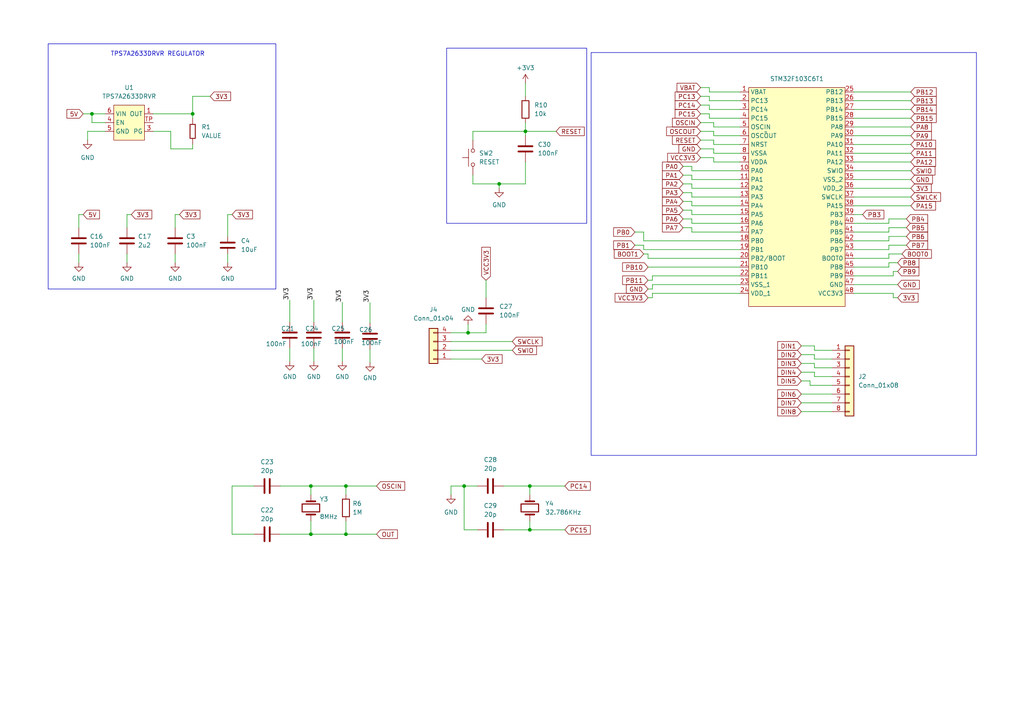
<source format=kicad_sch>
(kicad_sch (version 20250114) (generator "eeschema") (generator_version "9.0")
  (paper "A4")
  (lib_symbols
    (symbol "Borna KiCAD Library:R0603" (pin_numbers (hide yes)) (pin_names (hide yes))
      (property "Reference" "R?" (at 0 2.54 0))
      (property "Value" "VALUE" (at 0 -2.54 0))
      (symbol "R0603_0_1"
        (rectangle (start -2.032 0.762) (end 2.032 -0.762) (stroke (width 0.254)))
      )
      (symbol "R0603_1_1"
        (pin passive line (at -3.81 0 0) (length 1.7) (name "~") (number "1"))
        (pin passive line (at 3.81 0 180) (length 1.7) (name "~") (number "2"))
      )
    )
    (symbol "BornaKiCad:C1206" (pin_numbers (hide yes)) (pin_names (hide yes))
      (property "Reference" "C?" (at 0 3.81 0))
      (property "Value" "VALUE" (at 0 -3.81 0))
      (symbol "C1206_0_1"
        (polyline (pts (xy -0.762 -2.032) (xy -0.762 2.032)) (stroke (width 0.508)))
        (polyline (pts (xy 0.762 -2.032) (xy 0.762 2.032)) (stroke (width 0.508)))
      )
      (symbol "C1206_1_1"
        (pin passive line (at -2.54 0 0) (length 1.8) (name "~") (number "1"))
        (pin passive line (at 2.54 0 180) (length 1.8) (name "~") (number "2"))
      )
    )
    (symbol "BornaKiCad:TPS7A2633DRVR"
      (property "Reference" "U" (at 0 -6.35 0))
      (property "Value" "TPS7A2633DRVR" (at 0.508 6.35 0))
      (symbol "TPS7A2633DRVR_1_1"
        (rectangle (start -3.81 5.08) (end 5.08 -5.08) (fill (type background)))
        (pin passive line (at -6.35 2.54 0) (length 2.54) (name "VIN") (number "6"))
        (pin passive line (at -6.35 0 0) (length 2.54) (name "EN") (number "4"))
        (pin passive line (at -6.35 -2.54 0) (length 2.54) (name "GND") (number "5"))
        (pin passive line (at 7.62 2.54 180) (length 2.54) (name "OUT") (number "1"))
        (pin passive line (at 7.62 0 180) (length 2.54) (name "") (number "TP"))
        (pin passive line (at 7.62 -2.54 180) (length 2.54) (name "PG") (number "3"))
      )
    )
    (symbol "Connector_Generic:Conn_01x04" (pin_names (offset 1.016) (hide yes))
      (property "Reference" "J" (at 0 5.08 0))
      (property "Value" "Conn_01x04" (at 0 -7.62 0))
      (symbol "Conn_01x04_1_1"
        (rectangle (start -1.27 3.81) (end 1.27 -6.35) (stroke (width 0.254)) (fill (type background)))
        (rectangle (start -1.27 2.667) (end 0 2.413) (stroke (width 0.1524)))
        (rectangle (start -1.27 0.127) (end 0 -0.127) (stroke (width 0.1524)))
        (rectangle (start -1.27 -2.413) (end 0 -2.667) (stroke (width 0.1524)))
        (rectangle (start -1.27 -4.953) (end 0 -5.207) (stroke (width 0.1524)))
        (pin passive line (at -5.08 2.54 0) (length 3.81) (name "Pin_1") (number "1"))
        (pin passive line (at -5.08 0 0) (length 3.81) (name "Pin_2") (number "2"))
        (pin passive line (at -5.08 -2.54 0) (length 3.81) (name "Pin_3") (number "3"))
        (pin passive line (at -5.08 -5.08 0) (length 3.81) (name "Pin_4") (number "4"))
      )
    )
    (symbol "Connector_Generic:Conn_01x08" (pin_names (offset 1.016) (hide yes))
      (property "Reference" "J" (at 0 10.16 0))
      (property "Value" "Conn_01x08" (at 0 -12.7 0))
      (symbol "Conn_01x08_1_1"
        (rectangle (start -1.27 8.89) (end 1.27 -11.43) (stroke (width 0.254)) (fill (type background)))
        (rectangle (start -1.27 7.747) (end 0 7.493) (stroke (width 0.1524)))
        (rectangle (start -1.27 5.207) (end 0 4.953) (stroke (width 0.1524)))
        (rectangle (start -1.27 2.667) (end 0 2.413) (stroke (width 0.1524)))
        (rectangle (start -1.27 0.127) (end 0 -0.127) (stroke (width 0.1524)))
        (rectangle (start -1.27 -2.413) (end 0 -2.667) (stroke (width 0.1524)))
        (rectangle (start -1.27 -4.953) (end 0 -5.207) (stroke (width 0.1524)))
        (rectangle (start -1.27 -7.493) (end 0 -7.747) (stroke (width 0.1524)))
        (rectangle (start -1.27 -10.033) (end 0 -10.287) (stroke (width 0.1524)))
        (pin passive line (at -5.08 7.62 0) (length 3.81) (name "Pin_1") (number "1"))
        (pin passive line (at -5.08 5.08 0) (length 3.81) (name "Pin_2") (number "2"))
        (pin passive line (at -5.08 2.54 0) (length 3.81) (name "Pin_3") (number "3"))
        (pin passive line (at -5.08 0 0) (length 3.81) (name "Pin_4") (number "4"))
        (pin passive line (at -5.08 -2.54 0) (length 3.81) (name "Pin_5") (number "5"))
        (pin passive line (at -5.08 -5.08 0) (length 3.81) (name "Pin_6") (number "6"))
        (pin passive line (at -5.08 -7.62 0) (length 3.81) (name "Pin_7") (number "7"))
        (pin passive line (at -5.08 -10.16 0) (length 3.81) (name "Pin_8") (number "8"))
      )
    )
    (symbol "Device:C" (pin_numbers (hide yes)) (pin_names (offset 0.254))
      (property "Reference" "C" (at 0.635 2.54 0))
      (property "Value" "C" (at 0.635 -2.54 0))
      (symbol "C_0_1"
        (polyline (pts (xy -2.032 0.762) (xy 2.032 0.762)) (stroke (width 0.508)))
        (polyline (pts (xy -2.032 -0.762) (xy 2.032 -0.762)) (stroke (width 0.508)))
      )
      (symbol "C_1_1"
        (pin passive line (at 0 3.81 270) (length 2.794) (name "~") (number "1"))
        (pin passive line (at 0 -3.81 90) (length 2.794) (name "~") (number "2"))
      )
    )
    (symbol "Device:Crystal" (pin_numbers (hide yes)) (pin_names (offset 1.016) (hide yes))
      (property "Reference" "Y" (at 0 3.81 0))
      (property "Value" "Crystal" (at 0 -3.81 0))
      (symbol "Crystal_0_1"
        (polyline (pts (xy -2.54 0) (xy -1.905 0)))
        (polyline (pts (xy -1.905 -1.27) (xy -1.905 1.27)) (stroke (width 0.508)))
        (rectangle (start -1.143 2.54) (end 1.143 -2.54) (stroke (width 0.3048)))
        (polyline (pts (xy 1.905 -1.27) (xy 1.905 1.27)) (stroke (width 0.508)))
        (polyline (pts (xy 2.54 0) (xy 1.905 0)))
      )
      (symbol "Crystal_1_1"
        (pin passive line (at -3.81 0 0) (length 1.27) (name "1") (number "1"))
        (pin passive line (at 3.81 0 180) (length 1.27) (name "2") (number "2"))
      )
    )
    (symbol "Device:R" (pin_numbers (hide yes)) (pin_names (offset 0))
      (property "Reference" "R" (at 2.032 0 90))
      (property "Value" "R" (at 0 0 90))
      (symbol "R_0_1"
        (rectangle (start -1.016 -2.54) (end 1.016 2.54) (stroke (width 0.254)))
      )
      (symbol "R_1_1"
        (pin passive line (at 0 3.81 270) (length 1.27) (name "~") (number "1"))
        (pin passive line (at 0 -3.81 90) (length 1.27) (name "~") (number "2"))
      )
    )
    (symbol "GND_1" (power) (pin_numbers (hide yes)) (pin_names (offset 0) (hide yes))
      (property "Value" "GND" (at 0 -3.81 0))
      (symbol "GND_1_0_1"
        (polyline (pts (xy 0 0) (xy 0 -1.27) (xy 1.27 -1.27) (xy 0 -2.54) (xy -1.27 -1.27) (xy 0 -1.27)))
      )
      (symbol "GND_1_1_1"
        (pin power_in line (at 0 0 270) (length 0) (name "~") (number "1"))
      )
    )
    (symbol "STM32F103C6:STM32F103C6"
      (property "Reference" "STM32F103C6T2" (at -1.27 33.02 0))
      (property "Value" "~" (at -9.017 18.923 0))
      (symbol "STM32F103C6_1_1"
        (rectangle (start -13.97 31.75) (end 13.97 -31.75) (fill (type background)))
        (pin bidirectional line (at -16.51 30.48 0) (length 2.54) (name "VBAT") (number "1"))
        (pin bidirectional line (at -16.51 27.94 0) (length 2.54) (name "PC13") (number "2"))
        (pin bidirectional line (at -16.51 25.4 0) (length 2.54) (name "PC14") (number "3"))
        (pin bidirectional line (at -16.51 22.86 0) (length 2.54) (name "PC15") (number "4"))
        (pin bidirectional line (at -16.51 20.32 0) (length 2.54) (name "OSCIN") (number "5"))
        (pin bidirectional line (at -16.51 17.78 0) (length 2.54) (name "OSCOUT") (number "6"))
        (pin bidirectional line (at -16.51 15.24 0) (length 2.54) (name "NRST") (number "7"))
        (pin bidirectional line (at -16.51 12.7 0) (length 2.54) (name "VSSA") (number "8"))
        (pin bidirectional line (at -16.51 10.16 0) (length 2.54) (name "VDDA") (number "9"))
        (pin bidirectional line (at -16.51 7.62 0) (length 2.54) (name "PA0") (number "10"))
        (pin bidirectional line (at -16.51 5.08 0) (length 2.54) (name "PA1") (number "11"))
        (pin bidirectional line (at -16.51 2.54 0) (length 2.54) (name "PA2") (number "12"))
        (pin bidirectional line (at -16.51 0 0) (length 2.54) (name "PA3") (number "13"))
        (pin bidirectional line (at -16.51 -2.54 0) (length 2.54) (name "PA4") (number "14"))
        (pin bidirectional line (at -16.51 -5.08 0) (length 2.54) (name "PA5") (number "15"))
        (pin bidirectional line (at -16.51 -7.62 0) (length 2.54) (name "PA6") (number "16"))
        (pin bidirectional line (at -16.51 -10.16 0) (length 2.54) (name "PA7") (number "17"))
        (pin bidirectional line (at -16.51 -12.7 0) (length 2.54) (name "PB0") (number "18"))
        (pin bidirectional line (at -16.51 -15.24 0) (length 2.54) (name "PB1") (number "19"))
        (pin bidirectional line (at -16.51 -17.78 0) (length 2.54) (name "PB2/BOOT") (number "20"))
        (pin bidirectional line (at -16.51 -20.32 0) (length 2.54) (name "PB10") (number "21"))
        (pin bidirectional line (at -16.51 -22.86 0) (length 2.54) (name "PB11") (number "22"))
        (pin bidirectional line (at -16.51 -25.4 0) (length 2.54) (name "VSS_1") (number "23"))
        (pin bidirectional line (at -16.51 -27.94 0) (length 2.54) (name "VDD_1") (number "24"))
        (pin bidirectional line (at 16.51 30.48 180) (length 2.54) (name "PB12") (number "25"))
        (pin bidirectional line (at 16.51 27.94 180) (length 2.54) (name "PB13") (number "26"))
        (pin bidirectional line (at 16.51 25.4 180) (length 2.54) (name "PB14") (number "27"))
        (pin bidirectional line (at 16.51 22.86 180) (length 2.54) (name "PB15") (number "28"))
        (pin bidirectional line (at 16.51 20.32 180) (length 2.54) (name "PA8") (number "29"))
        (pin bidirectional line (at 16.51 17.78 180) (length 2.54) (name "PA9") (number "30"))
        (pin bidirectional line (at 16.51 15.24 180) (length 2.54) (name "PA10") (number "31"))
        (pin bidirectional line (at 16.51 12.7 180) (length 2.54) (name "PA11") (number "32"))
        (pin bidirectional line (at 16.51 10.16 180) (length 2.54) (name "PA12") (number "33"))
        (pin bidirectional line (at 16.51 7.62 180) (length 2.54) (name "SWIO") (number "34"))
        (pin bidirectional line (at 16.51 5.08 180) (length 2.54) (name "VSS_2") (number "35"))
        (pin bidirectional line (at 16.51 2.54 180) (length 2.54) (name "VDD_2") (number "36"))
        (pin bidirectional line (at 16.51 0 180) (length 2.54) (name "SWCLK") (number "37"))
        (pin bidirectional line (at 16.51 -2.54 180) (length 2.54) (name "PA15") (number "38"))
        (pin bidirectional line (at 16.51 -5.08 180) (length 2.54) (name "PB3") (number "39"))
        (pin bidirectional line (at 16.51 -7.62 180) (length 2.54) (name "PB4") (number "40"))
        (pin bidirectional line (at 16.51 -10.16 180) (length 2.54) (name "PB5") (number "41"))
        (pin bidirectional line (at 16.51 -12.7 180) (length 2.54) (name "PB6") (number "42"))
        (pin bidirectional line (at 16.51 -15.24 180) (length 2.54) (name "PB7") (number "43"))
        (pin bidirectional line (at 16.51 -17.78 180) (length 2.54) (name "BOOT0") (number "44"))
        (pin bidirectional line (at 16.51 -20.32 180) (length 2.54) (name "PB8") (number "45"))
        (pin bidirectional line (at 16.51 -22.86 180) (length 2.54) (name "PB9") (number "46"))
        (pin bidirectional line (at 16.51 -25.4 180) (length 2.54) (name "GND") (number "47"))
        (pin bidirectional line (at 16.51 -27.94 180) (length 2.54) (name "VCC3V3") (number "48"))
      )
    )
    (symbol "Switch:SW_Push" (pin_numbers (hide yes)) (pin_names (offset 1.016) (hide yes))
      (property "Reference" "SW" (at 1.27 2.54 0))
      (property "Value" "SW_Push" (at 0 -1.524 0))
      (symbol "SW_Push_0_1"
        (circle (center -2.032 0) (radius 0.508))
        (polyline (pts (xy 0 1.27) (xy 0 3.048)))
        (circle (center 2.032 0) (radius 0.508))
        (polyline (pts (xy 2.54 1.27) (xy -2.54 1.27)))
        (pin passive line (at -5.08 0 0) (length 2.54) (name "1") (number "1"))
        (pin passive line (at 5.08 0 180) (length 2.54) (name "2") (number "2"))
      )
    )
    (symbol "power:+3V3" (power) (pin_names (offset 0))
      (property "Value" "+3V3" (at 0 3.556 0))
      (symbol "+3V3_0_1"
        (polyline (pts (xy -0.762 1.27) (xy 0 2.54)))
        (polyline (pts (xy 0 2.54) (xy 0.762 1.27)))
        (polyline (pts (xy 0 0) (xy 0 2.54)))
      )
      (symbol "+3V3_1_1"
        (pin power_in line (at 0 0 90) (length 0) (hide yes) (name "+3V3") (number "1"))
      )
    )
    (symbol "power:GND" (power) (pin_names (offset 0))
      (property "Value" "GND" (at 0 -3.81 0))
      (symbol "GND_0_1"
        (polyline (pts (xy 0 0) (xy 0 -1.27) (xy 1.27 -1.27) (xy 0 -2.54) (xy -1.27 -1.27) (xy 0 -1.27)))
      )
      (symbol "GND_1_1"
        (pin power_in line (at 0 0 270) (length 0) (hide yes) (name "GND") (number "1"))
      )
    )
  )
  (rectangle (start 129.54 13.97) (end 170.18 64.77))
  (rectangle (start 13.97 12.7) (end 80.01 83.82))
  (rectangle (start 171.45 15.24) (end 283.21 132.08))
  (text "TPS7A2633DRVR REGULATOR" (at 45.72 15.748 0) (effects (font (size 1.27 1.27))))
  (junction (at 153.67 153.67))
  (junction (at 26.67 33.02))
  (junction (at 55.88 33.02))
  (junction (at 153.67 140.97))
  (junction (at 135.763 96.52))
  (junction (at 100.33 154.94))
  (junction (at 144.78 53.34))
  (junction (at 134.62 140.97))
  (junction (at 100.33 140.97))
  (junction (at 90.17 154.94))
  (junction (at 152.4 38.1))
  (junction (at 90.17 140.97))
  (wire (pts (xy 187.96 86.36) (xy 189.23 86.36)))
  (wire (pts (xy 247.65 59.69) (xy 264.16 59.69)))
  (wire (pts (xy 257.81 73.66) (xy 261.62 73.66)))
  (wire (pts (xy 187.96 77.47) (xy 214.63 77.47)))
  (wire (pts (xy 198.12 55.88) (xy 200.66 55.88)))
  (wire (pts (xy 200.66 67.31) (xy 200.66 66.04)))
  (wire (pts (xy 134.62 140.97) (xy 130.81 140.97)))
  (wire (pts (xy 99.2886 87.6808) (xy 99.2886 93.3958)))
  (wire (pts (xy 205.74 26.67) (xy 205.74 25.4)))
  (wire (pts (xy 200.66 54.61) (xy 200.66 53.34)))
  (wire (pts (xy 187.96 83.82) (xy 189.23 83.82)))
  (wire (pts (xy 67.31 154.94) (xy 73.66 154.94)))
  (wire (pts (xy 81.28 154.94) (xy 90.17 154.94)))
  (wire (pts (xy 203.2 35.56) (xy 207.01 35.56)))
  (wire (pts (xy 36.83 62.23) (xy 38.1 62.23)))
  (wire (pts (xy 214.63 67.31) (xy 200.66 67.31)))
  (wire (pts (xy 247.65 54.61) (xy 264.16 54.61)))
  (wire (pts (xy 247.65 39.37) (xy 264.16 39.37)))
  (wire (pts (xy 84.0486 101.0158) (xy 84.0486 104.8258)))
  (wire (pts (xy 200.66 59.69) (xy 200.66 58.42)))
  (wire (pts (xy 153.67 153.67) (xy 163.83 153.67)))
  (wire (pts (xy 138.43 140.97) (xy 134.62 140.97)))
  (wire (pts (xy 247.65 34.29) (xy 264.16 34.29)))
  (wire (pts (xy 207.01 44.45) (xy 207.01 43.18)))
  (wire (pts (xy 236.22 104.14) (xy 236.22 102.87)))
  (wire (pts (xy 137.16 53.34) (xy 144.78 53.34)))
  (wire (pts (xy 22.86 66.04) (xy 22.86 62.23)))
  (wire (pts (xy 66.04 76.2) (xy 66.04 73.66)))
  (wire (pts (xy 67.31 140.97) (xy 67.31 154.94)))
  (wire (pts (xy 247.65 72.39) (xy 257.81 72.39)))
  (wire (pts (xy 130.81 96.52) (xy 135.763 96.52)))
  (wire (pts (xy 55.88 43.18) (xy 55.88 41.91)))
  (wire (pts (xy 107.315 101.346) (xy 107.315 105.156)))
  (wire (pts (xy 214.63 72.39) (xy 186.69 72.39)))
  (wire (pts (xy 200.66 62.23) (xy 200.66 60.96)))
  (wire (pts (xy 30.48 35.56) (xy 26.67 35.56)))
  (wire (pts (xy 232.41 116.84) (xy 241.3 116.84)))
  (wire (pts (xy 55.88 33.02) (xy 55.88 27.94)))
  (wire (pts (xy 130.81 99.06) (xy 148.59 99.06)))
  (wire (pts (xy 234.95 111.76) (xy 234.95 110.49)))
  (wire (pts (xy 90.17 143.51) (xy 90.17 140.97)))
  (wire (pts (xy 187.96 81.28) (xy 189.23 81.28)))
  (wire (pts (xy 91.0336 101.0158) (xy 91.0336 104.8258)))
  (wire (pts (xy 186.69 69.85) (xy 186.69 67.31)))
  (wire (pts (xy 247.65 80.01) (xy 259.08 80.01)))
  (wire (pts (xy 66.04 62.23) (xy 67.31 62.23)))
  (wire (pts (xy 214.63 69.85) (xy 186.69 69.85)))
  (wire (pts (xy 73.66 140.97) (xy 67.31 140.97)))
  (wire (pts (xy 214.63 41.91) (xy 207.01 41.91)))
  (wire (pts (xy 144.78 54.61) (xy 144.78 53.34)))
  (wire (pts (xy 134.62 140.97) (xy 134.62 153.67)))
  (wire (pts (xy 152.4 53.34) (xy 152.4 46.99)))
  (wire (pts (xy 24.13 33.02) (xy 26.67 33.02)))
  (wire (pts (xy 236.22 107.95) (xy 232.41 107.95)))
  (wire (pts (xy 257.81 66.04) (xy 262.89 66.04)))
  (wire (pts (xy 214.63 34.29) (xy 205.74 34.29)))
  (wire (pts (xy 90.17 154.94) (xy 100.33 154.94)))
  (wire (pts (xy 247.65 77.47) (xy 257.81 77.47)))
  (wire (pts (xy 100.33 154.94) (xy 109.22 154.94)))
  (wire (pts (xy 205.74 29.21) (xy 205.74 27.94)))
  (wire (pts (xy 152.4 38.1) (xy 161.29 38.1)))
  (wire (pts (xy 247.65 74.93) (xy 257.81 74.93)))
  (wire (pts (xy 50.8 76.2) (xy 50.8 73.66)))
  (wire (pts (xy 214.63 74.93) (xy 187.96 74.93)))
  (wire (pts (xy 257.81 77.47) (xy 257.81 76.2)))
  (wire (pts (xy 22.86 62.23) (xy 24.13 62.23)))
  (wire (pts (xy 257.81 63.5) (xy 262.89 63.5)))
  (wire (pts (xy 100.33 140.97) (xy 100.33 143.51)))
  (wire (pts (xy 241.3 104.14) (xy 236.22 104.14)))
  (wire (pts (xy 214.63 29.21) (xy 205.74 29.21)))
  (wire (pts (xy 236.22 102.87) (xy 232.41 102.87)))
  (wire (pts (xy 214.63 64.77) (xy 200.66 64.77)))
  (wire (pts (xy 247.65 67.31) (xy 257.81 67.31)))
  (wire (pts (xy 100.33 140.97) (xy 109.22 140.97)))
  (wire (pts (xy 137.16 40.64) (xy 137.16 38.1)))
  (wire (pts (xy 153.67 143.51) (xy 153.67 140.97)))
  (wire (pts (xy 140.97 81.28) (xy 140.97 86.36)))
  (wire (pts (xy 49.53 43.18) (xy 55.88 43.18)))
  (wire (pts (xy 49.53 38.1) (xy 49.53 43.18)))
  (wire (pts (xy 247.65 29.21) (xy 264.16 29.21)))
  (wire (pts (xy 214.63 80.01) (xy 189.23 80.01)))
  (wire (pts (xy 107.315 87.757) (xy 107.315 93.726)))
  (wire (pts (xy 214.63 62.23) (xy 200.66 62.23)))
  (wire (pts (xy 214.63 49.53) (xy 200.66 49.53)))
  (wire (pts (xy 236.22 106.68) (xy 236.22 105.41)))
  (wire (pts (xy 55.88 33.02) (xy 55.88 34.29)))
  (wire (pts (xy 203.2 38.1) (xy 207.01 38.1)))
  (wire (pts (xy 247.65 57.15) (xy 264.16 57.15)))
  (wire (pts (xy 140.97 93.98) (xy 140.97 96.52)))
  (wire (pts (xy 214.63 46.99) (xy 207.01 46.99)))
  (wire (pts (xy 198.12 63.5) (xy 200.66 63.5)))
  (wire (pts (xy 137.16 38.1) (xy 152.4 38.1)))
  (wire (pts (xy 214.63 54.61) (xy 200.66 54.61)))
  (wire (pts (xy 198.12 60.96) (xy 200.66 60.96)))
  (wire (pts (xy 135.763 96.52) (xy 140.97 96.52)))
  (wire (pts (xy 100.33 151.13) (xy 100.33 154.94)))
  (wire (pts (xy 236.22 109.22) (xy 236.22 107.95)))
  (wire (pts (xy 259.08 78.74) (xy 260.35 78.74)))
  (wire (pts (xy 152.4 27.94) (xy 152.4 24.13)))
  (wire (pts (xy 234.95 110.49) (xy 232.41 110.49)))
  (wire (pts (xy 247.65 64.77) (xy 257.81 64.77)))
  (wire (pts (xy 247.65 44.45) (xy 264.16 44.45)))
  (wire (pts (xy 22.86 73.66) (xy 22.86 76.2)))
  (wire (pts (xy 198.12 50.8) (xy 200.66 50.8)))
  (wire (pts (xy 214.63 57.15) (xy 200.66 57.15)))
  (wire (pts (xy 91.0336 87.0458) (xy 91.0336 93.3958)))
  (wire (pts (xy 200.66 57.15) (xy 200.66 55.88)))
  (wire (pts (xy 247.65 49.53) (xy 264.16 49.53)))
  (wire (pts (xy 203.2 43.18) (xy 207.01 43.18)))
  (wire (pts (xy 257.81 68.58) (xy 262.89 68.58)))
  (wire (pts (xy 247.65 69.85) (xy 257.81 69.85)))
  (wire (pts (xy 203.2 30.48) (xy 205.74 30.48)))
  (wire (pts (xy 247.65 85.09) (xy 259.08 85.09)))
  (wire (pts (xy 189.23 80.01) (xy 189.23 81.28)))
  (wire (pts (xy 153.67 151.13) (xy 153.67 153.67)))
  (wire (pts (xy 257.81 74.93) (xy 257.81 73.66)))
  (wire (pts (xy 198.12 48.26) (xy 200.66 48.26)))
  (wire (pts (xy 247.65 36.83) (xy 264.16 36.83)))
  (wire (pts (xy 214.63 26.67) (xy 205.74 26.67)))
  (wire (pts (xy 232.41 114.3) (xy 241.3 114.3)))
  (wire (pts (xy 55.88 27.94) (xy 60.96 27.94)))
  (wire (pts (xy 247.65 62.23) (xy 250.19 62.23)))
  (wire (pts (xy 214.63 39.37) (xy 207.01 39.37)))
  (wire (pts (xy 241.3 101.6) (xy 236.22 101.6)))
  (wire (pts (xy 184.15 67.31) (xy 186.69 67.31)))
  (wire (pts (xy 200.66 52.07) (xy 200.66 50.8)))
  (wire (pts (xy 247.65 41.91) (xy 264.16 41.91)))
  (wire (pts (xy 257.81 67.31) (xy 257.81 66.04)))
  (wire (pts (xy 25.4 38.1) (xy 25.4 40.64)))
  (wire (pts (xy 26.67 35.56) (xy 26.67 33.02)))
  (wire (pts (xy 241.3 109.22) (xy 236.22 109.22)))
  (wire (pts (xy 84.0486 87.0458) (xy 84.0486 93.3958)))
  (wire (pts (xy 247.65 52.07) (xy 264.16 52.07)))
  (wire (pts (xy 26.67 33.02) (xy 30.48 33.02)))
  (wire (pts (xy 137.16 50.8) (xy 137.16 53.34)))
  (wire (pts (xy 130.81 101.6) (xy 148.59 101.6)))
  (wire (pts (xy 236.22 105.41) (xy 232.41 105.41)))
  (wire (pts (xy 257.81 76.2) (xy 260.35 76.2)))
  (wire (pts (xy 207.01 39.37) (xy 207.01 38.1)))
  (wire (pts (xy 232.41 100.33) (xy 236.22 100.33)))
  (wire (pts (xy 187.96 74.93) (xy 187.96 73.66)))
  (wire (pts (xy 257.81 72.39) (xy 257.81 71.12)))
  (wire (pts (xy 152.4 39.37) (xy 152.4 38.1)))
  (wire (pts (xy 207.01 36.83) (xy 207.01 35.56)))
  (wire (pts (xy 214.63 82.55) (xy 189.23 82.55)))
  (wire (pts (xy 259.08 85.09) (xy 259.08 86.36)))
  (wire (pts (xy 214.63 52.07) (xy 200.66 52.07)))
  (wire (pts (xy 214.63 44.45) (xy 207.01 44.45)))
  (wire (pts (xy 152.4 35.56) (xy 152.4 38.1)))
  (wire (pts (xy 90.17 140.97) (xy 100.33 140.97)))
  (wire (pts (xy 81.28 140.97) (xy 90.17 140.97)))
  (wire (pts (xy 30.48 38.1) (xy 25.4 38.1)))
  (wire (pts (xy 200.66 49.53) (xy 200.66 48.26)))
  (wire (pts (xy 189.23 85.09) (xy 189.23 86.36)))
  (wire (pts (xy 241.3 111.76) (xy 234.95 111.76)))
  (wire (pts (xy 214.63 36.83) (xy 207.01 36.83)))
  (wire (pts (xy 257.81 64.77) (xy 257.81 63.5)))
  (wire (pts (xy 203.2 27.94) (xy 205.74 27.94)))
  (wire (pts (xy 184.15 71.12) (xy 186.69 71.12)))
  (wire (pts (xy 153.67 140.97) (xy 163.83 140.97)))
  (wire (pts (xy 50.8 62.23) (xy 52.07 62.23)))
  (wire (pts (xy 205.74 31.75) (xy 205.74 30.48)))
  (wire (pts (xy 130.81 104.14) (xy 139.7 104.14)))
  (wire (pts (xy 50.8 66.04) (xy 50.8 62.23)))
  (wire (pts (xy 144.78 53.34) (xy 152.4 53.34)))
  (wire (pts (xy 207.01 41.91) (xy 207.01 40.64)))
  (wire (pts (xy 198.12 66.04) (xy 200.66 66.04)))
  (wire (pts (xy 36.83 76.2) (xy 36.83 73.66)))
  (wire (pts (xy 236.22 101.6) (xy 236.22 100.33)))
  (wire (pts (xy 214.63 85.09) (xy 189.23 85.09)))
  (wire (pts (xy 257.81 69.85) (xy 257.81 68.58)))
  (wire (pts (xy 203.2 45.72) (xy 207.01 45.72)))
  (wire (pts (xy 259.08 86.36) (xy 260.35 86.36)))
  (wire (pts (xy 130.81 140.97) (xy 130.81 143.51)))
  (wire (pts (xy 247.65 46.99) (xy 264.16 46.99)))
  (wire (pts (xy 257.81 71.12) (xy 262.89 71.12)))
  (wire (pts (xy 134.62 153.67) (xy 138.43 153.67)))
  (wire (pts (xy 90.17 151.13) (xy 90.17 154.94)))
  (wire (pts (xy 44.45 33.02) (xy 55.88 33.02)))
  (wire (pts (xy 241.3 106.68) (xy 236.22 106.68)))
  (wire (pts (xy 214.63 59.69) (xy 200.66 59.69)))
  (wire (pts (xy 247.65 31.75) (xy 264.16 31.75)))
  (wire (pts (xy 203.2 25.4) (xy 205.74 25.4)))
  (wire (pts (xy 146.05 140.97) (xy 153.67 140.97)))
  (wire (pts (xy 203.2 40.64) (xy 207.01 40.64)))
  (wire (pts (xy 214.63 31.75) (xy 205.74 31.75)))
  (wire (pts (xy 36.83 66.04) (xy 36.83 62.23)))
  (wire (pts (xy 247.65 82.55) (xy 260.35 82.55)))
  (wire (pts (xy 232.41 119.38) (xy 241.3 119.38)))
  (wire (pts (xy 259.08 80.01) (xy 259.08 78.74)))
  (wire (pts (xy 198.12 53.34) (xy 200.66 53.34)))
  (wire (pts (xy 203.2 33.02) (xy 205.74 33.02)))
  (wire (pts (xy 207.01 46.99) (xy 207.01 45.72)))
  (wire (pts (xy 44.45 38.1) (xy 49.53 38.1)))
  (wire (pts (xy 200.66 64.77) (xy 200.66 63.5)))
  (wire (pts (xy 146.05 153.67) (xy 153.67 153.67)))
  (wire (pts (xy 186.69 72.39) (xy 186.69 71.12)))
  (wire (pts (xy 186.69 73.66) (xy 187.96 73.66)))
  (wire (pts (xy 247.65 26.67) (xy 264.16 26.67)))
  (wire (pts (xy 205.74 34.29) (xy 205.74 33.02)))
  (wire (pts (xy 135.763 94.107) (xy 135.763 96.52)))
  (wire (pts (xy 189.23 82.55) (xy 189.23 83.82)))
  (wire (pts (xy 198.12 58.42) (xy 200.66 58.42)))
  (wire (pts (xy 99.2886 101.0158) (xy 99.2886 104.8258)))
  (wire (pts (xy 66.04 62.23) (xy 66.04 68.58)))
  (label "3V3" (at 84.0486 87.0458 90))
  (label "3V3" (at 91.0336 87.0458 90))
  (label "3V3" (at 99.2886 87.6808 90))
  (label "3V3" (at 107.315 87.757 90))
  (global_label "SWLCK" (shape input) (at 264.16 57.15 0) (property "Intersheetrefs" "${INTERSHEET_REFS}" (effects (hide yes))))
  (global_label "PB4" (shape input) (at 262.89 63.5 0) (property "Intersheetrefs" "${INTERSHEET_REFS}" (effects (hide yes))))
  (global_label "3V3" (shape input) (at 139.7 104.14 0) (property "Intersheetrefs" "${INTERSHEET_REFS}" (effects (hide yes))))
  (global_label "RESET" (shape input) (at 203.2 40.64 180) (property "Intersheetrefs" "${INTERSHEET_REFS}" (effects (hide yes))))
  (global_label "PB7" (shape input) (at 262.89 71.12 0) (property "Intersheetrefs" "${INTERSHEET_REFS}" (effects (hide yes))))
  (global_label "DIN3" (shape input) (at 232.41 105.41 180) (property "Intersheetrefs" "${INTERSHEET_REFS}" (effects (hide yes))))
  (global_label "PA6" (shape input) (at 198.12 63.5 180) (property "Intersheetrefs" "${INTERSHEET_REFS}" (effects (hide yes))))
  (global_label "SWIO" (shape input) (at 264.16 49.53 0) (property "Intersheetrefs" "${INTERSHEET_REFS}" (effects (hide yes))))
  (global_label "PA0" (shape input) (at 198.12 48.26 180) (property "Intersheetrefs" "${INTERSHEET_REFS}" (effects (hide yes))))
  (global_label "VCC3V3" (shape input) (at 187.96 86.36 180) (property "Intersheetrefs" "${INTERSHEET_REFS}" (effects (hide yes))))
  (global_label "PA15" (shape input) (at 264.16 59.69 0) (property "Intersheetrefs" "${INTERSHEET_REFS}" (effects (hide yes))))
  (global_label "BOOT0" (shape input) (at 261.62 73.66 0) (property "Intersheetrefs" "${INTERSHEET_REFS}" (effects (hide yes))))
  (global_label "VBAT" (shape input) (at 203.2 25.4 180) (property "Intersheetrefs" "${INTERSHEET_REFS}" (effects (hide yes))))
  (global_label "PC15" (shape input) (at 203.2 33.02 180) (property "Intersheetrefs" "${INTERSHEET_REFS}" (effects (hide yes))))
  (global_label "3V3" (shape input) (at 60.96 27.94 0) (property "Intersheetrefs" "${INTERSHEET_REFS}" (effects (hide yes))))
  (global_label "PA11" (shape input) (at 264.16 44.45 0) (property "Intersheetrefs" "${INTERSHEET_REFS}" (effects (hide yes))))
  (global_label "SWIO" (shape input) (at 148.59 101.6 0) (property "Intersheetrefs" "${INTERSHEET_REFS}" (effects (hide yes))))
  (global_label "PC14" (shape input) (at 163.83 140.97 0) (property "Intersheetrefs" "${INTERSHEET_REFS}" (effects (hide yes))))
  (global_label "OUT" (shape input) (at 109.22 154.94 0) (property "Intersheetrefs" "${INTERSHEET_REFS}" (effects (hide yes))))
  (global_label "SWCLK" (shape input) (at 148.59 99.06 0) (property "Intersheetrefs" "${INTERSHEET_REFS}" (effects (hide yes))))
  (global_label "VCC3V3" (shape input) (at 203.2 45.72 180) (property "Intersheetrefs" "${INTERSHEET_REFS}" (effects (hide yes))))
  (global_label "VCC3V3" (shape input) (at 140.97 81.28 90) (property "Intersheetrefs" "${INTERSHEET_REFS}" (effects (hide yes))))
  (global_label "OSCIN" (shape input) (at 109.22 140.97 0) (property "Intersheetrefs" "${INTERSHEET_REFS}" (effects (hide yes))))
  (global_label "PB5" (shape input) (at 262.89 66.04 0) (property "Intersheetrefs" "${INTERSHEET_REFS}" (effects (hide yes))))
  (global_label "PB15" (shape input) (at 264.16 34.29 0) (property "Intersheetrefs" "${INTERSHEET_REFS}" (effects (hide yes))))
  (global_label "PA5" (shape input) (at 198.12 60.96 180) (property "Intersheetrefs" "${INTERSHEET_REFS}" (effects (hide yes))))
  (global_label "DIN8" (shape input) (at 232.41 119.38 180) (property "Intersheetrefs" "${INTERSHEET_REFS}" (effects (hide yes))))
  (global_label "3V3" (shape input) (at 264.16 54.61 0) (property "Intersheetrefs" "${INTERSHEET_REFS}" (effects (hide yes))))
  (global_label "OSCIN" (shape input) (at 203.2 35.56 180) (property "Intersheetrefs" "${INTERSHEET_REFS}" (effects (hide yes))))
  (global_label "PA3" (shape input) (at 198.12 55.88 180) (property "Intersheetrefs" "${INTERSHEET_REFS}" (effects (hide yes))))
  (global_label "PA9" (shape input) (at 264.16 39.37 0) (property "Intersheetrefs" "${INTERSHEET_REFS}" (effects (hide yes))))
  (global_label "PA2" (shape input) (at 198.12 53.34 180) (property "Intersheetrefs" "${INTERSHEET_REFS}" (effects (hide yes))))
  (global_label "DIN2" (shape input) (at 232.41 102.87 180) (property "Intersheetrefs" "${INTERSHEET_REFS}" (effects (hide yes))))
  (global_label "PA10" (shape input) (at 264.16 41.91 0) (property "Intersheetrefs" "${INTERSHEET_REFS}" (effects (hide yes))))
  (global_label "PB12" (shape input) (at 264.16 26.67 0) (property "Intersheetrefs" "${INTERSHEET_REFS}" (effects (hide yes))))
  (global_label "GND" (shape input) (at 264.16 52.07 0) (property "Intersheetrefs" "${INTERSHEET_REFS}" (effects (hide yes))))
  (global_label "3V3" (shape input) (at 67.31 62.23 0) (property "Intersheetrefs" "${INTERSHEET_REFS}" (effects (hide yes))))
  (global_label "GND" (shape input) (at 187.96 83.82 180) (property "Intersheetrefs" "${INTERSHEET_REFS}" (effects (hide yes))))
  (global_label "DIN5" (shape input) (at 232.41 110.49 180) (property "Intersheetrefs" "${INTERSHEET_REFS}" (effects (hide yes))))
  (global_label "OSCOUT" (shape input) (at 203.2 38.1 180) (property "Intersheetrefs" "${INTERSHEET_REFS}" (effects (hide yes))))
  (global_label "5V" (shape input) (at 24.13 33.02 180) (property "Intersheetrefs" "${INTERSHEET_REFS}" (effects (hide yes))))
  (global_label "3V3" (shape input) (at 52.07 62.23 0) (property "Intersheetrefs" "${INTERSHEET_REFS}" (effects (hide yes))))
  (global_label "PA7" (shape input) (at 198.12 66.04 180) (property "Intersheetrefs" "${INTERSHEET_REFS}" (effects (hide yes))))
  (global_label "PA1" (shape input) (at 198.12 50.8 180) (property "Intersheetrefs" "${INTERSHEET_REFS}" (effects (hide yes))))
  (global_label "DIN1" (shape input) (at 232.41 100.33 180) (property "Intersheetrefs" "${INTERSHEET_REFS}" (effects (hide yes))))
  (global_label "5V" (shape input) (at 24.13 62.23 0) (property "Intersheetrefs" "${INTERSHEET_REFS}" (effects (hide yes))))
  (global_label "PB11" (shape input) (at 187.96 81.28 180) (property "Intersheetrefs" "${INTERSHEET_REFS}" (effects (hide yes))))
  (global_label "PC13" (shape input) (at 203.2 27.94 180) (property "Intersheetrefs" "${INTERSHEET_REFS}" (effects (hide yes))))
  (global_label "DIN7" (shape input) (at 232.41 116.84 180) (property "Intersheetrefs" "${INTERSHEET_REFS}" (effects (hide yes))))
  (global_label "3V3" (shape input) (at 260.35 86.36 0) (property "Intersheetrefs" "${INTERSHEET_REFS}" (effects (hide yes))))
  (global_label "PB13" (shape input) (at 264.16 29.21 0) (property "Intersheetrefs" "${INTERSHEET_REFS}" (effects (hide yes))))
  (global_label "RESET" (shape input) (at 161.29 38.1 0) (property "Intersheetrefs" "${INTERSHEET_REFS}" (effects (hide yes))))
  (global_label "PC15" (shape input) (at 163.83 153.67 0) (property "Intersheetrefs" "${INTERSHEET_REFS}" (effects (hide yes))))
  (global_label "PC14" (shape input) (at 203.2 30.48 180) (property "Intersheetrefs" "${INTERSHEET_REFS}" (effects (hide yes))))
  (global_label "DIN4" (shape input) (at 232.41 107.95 180) (property "Intersheetrefs" "${INTERSHEET_REFS}" (effects (hide yes))))
  (global_label "PB9" (shape input) (at 260.35 78.74 0) (property "Intersheetrefs" "${INTERSHEET_REFS}" (effects (hide yes))))
  (global_label "PA4" (shape input) (at 198.12 58.42 180) (property "Intersheetrefs" "${INTERSHEET_REFS}" (effects (hide yes))))
  (global_label "PB6" (shape input) (at 262.89 68.58 0) (property "Intersheetrefs" "${INTERSHEET_REFS}" (effects (hide yes))))
  (global_label "GND" (shape input) (at 260.35 82.55 0) (property "Intersheetrefs" "${INTERSHEET_REFS}" (effects (hide yes))))
  (global_label "DIN6" (shape input) (at 232.41 114.3 180) (property "Intersheetrefs" "${INTERSHEET_REFS}" (effects (hide yes))))
  (global_label "PB0" (shape input) (at 184.15 67.31 180) (property "Intersheetrefs" "${INTERSHEET_REFS}" (effects (hide yes))))
  (global_label "3V3" (shape input) (at 38.1 62.23 0) (property "Intersheetrefs" "${INTERSHEET_REFS}" (effects (hide yes))))
  (global_label "GND" (shape input) (at 203.2 43.18 180) (property "Intersheetrefs" "${INTERSHEET_REFS}" (effects (hide yes))))
  (global_label "PB3" (shape input) (at 250.19 62.23 0) (property "Intersheetrefs" "${INTERSHEET_REFS}" (effects (hide yes))))
  (global_label "PB8" (shape input) (at 260.35 76.2 0) (property "Intersheetrefs" "${INTERSHEET_REFS}" (effects (hide yes))))
  (global_label "PA8" (shape input) (at 264.16 36.83 0) (property "Intersheetrefs" "${INTERSHEET_REFS}" (effects (hide yes))))
  (global_label "PB14" (shape input) (at 264.16 31.75 0) (property "Intersheetrefs" "${INTERSHEET_REFS}" (effects (hide yes))))
  (global_label "PB10" (shape input) (at 187.96 77.47 180) (property "Intersheetrefs" "${INTERSHEET_REFS}" (effects (hide yes))))
  (global_label "PB1" (shape input) (at 184.15 71.12 180) (property "Intersheetrefs" "${INTERSHEET_REFS}" (effects (hide yes))))
  (global_label "BOOT1" (shape input) (at 186.69 73.66 180) (property "Intersheetrefs" "${INTERSHEET_REFS}" (effects (hide yes))))
  (global_label "PA12" (shape input) (at 264.16 46.99 0) (property "Intersheetrefs" "${INTERSHEET_REFS}" (effects (hide yes))))
  (symbol (lib_id "BornaKiCad:C1206") (at 66.04 71.12 90) (unit 1)
    (property "Reference" "C4" (at 69.85 69.8499 90) (effects (justify right)))
    (property "Value" "10uF" (at 69.85 72.3899 90) (effects (justify right)))
    (property "Footprint" "Borna KiCAD Library:C1206" (effects (hide yes)))
  )
  (symbol (lib_id "Device:C") (at 152.4 43.18 0) (unit 1)
    (property "Reference" "C30" (at 155.956 41.91 0) (effects (justify left)))
    (property "Value" "100nF" (at 155.956 44.45 0) (effects (justify left)))
    (property "Footprint" "Capacitor_SMD:C_0201_0603Metric" (effects (hide yes)))
  )
  (symbol (lib_id "power:GND") (at 91.0336 104.8258 0) (unit 1)
    (property "Reference" "#PWR027" (effects (hide yes)))
    (property "Value" "GND" (at 91.0336 109.2708 0))
  )
  (symbol (lib_id "Connector_Generic:Conn_01x08") (at 246.38 109.22 0) (unit 1)
    (property "Reference" "J2" (at 248.92 109.2199 0) (effects (justify left)))
    (property "Value" "Conn_01x08" (at 248.92 111.7599 0) (effects (justify left)))
    (property "Footprint" "Connector_PinHeader_2.54mm:PinHeader_1x08_P2.54mm_Vertical" (effects (hide yes)))
    (property "Description" "Generic connector, single row, 01x08, script generated (kicad-library-utils/schlib/autogen/connector/)" (effects (hide yes)))
  )
  (symbol (lib_id "Switch:SW_Push") (at 137.16 45.72 90) (unit 1)
    (property "Reference" "SW2" (at 138.938 44.45 90) (effects (justify right)))
    (property "Value" "RESET" (at 138.938 46.99 90) (effects (justify right)))
    (property "Footprint" "SMD_PUSH_BUTTON:SMD_BUTTON" (effects (hide yes)))
  )
  (symbol (lib_id "Borna KiCAD Library:R0603") (at 55.88 38.1 90) (unit 1)
    (property "Reference" "R1" (at 58.42 36.8299 90) (effects (justify right)))
    (property "Value" "VALUE" (at 58.42 39.3699 90) (effects (justify right)))
    (property "Footprint" "Borna KiCAD Library:R0603" (effects (hide yes)))
  )
  (symbol (lib_id "power:GND") (at 144.78 54.61 0) (unit 1)
    (property "Reference" "#PWR035" (effects (hide yes)))
    (property "Value" "GND" (at 144.78 59.436 0))
  )
  (symbol (lib_id "power:+3V3") (at 152.4 24.13 0) (unit 1)
    (property "Reference" "#PWR036" (effects (hide yes)))
    (property "Value" "+3V3" (at 152.4 19.685 0))
  )
  (symbol (lib_id "Device:C") (at 50.8 69.85 0) (unit 1)
    (property "Reference" "C3" (at 53.975 68.58 0) (effects (justify left)))
    (property "Value" "100nF" (at 53.975 71.12 0) (effects (justify left)))
    (property "Footprint" "Borna KiCAD Library:C0603" (effects (hide yes)))
  )
  (symbol (lib_id "Device:C") (at 142.24 140.97 90) (unit 1)
    (property "Reference" "C28" (at 142.24 133.35 90))
    (property "Value" "20p" (at 142.24 135.89 90))
    (property "Footprint" "Capacitor_SMD:C_0201_0603Metric_Pad0.64x0.40mm_HandSolder" (effects (hide yes)))
  )
  (symbol (lib_id "Device:R") (at 152.4 31.75 0) (unit 1)
    (property "Reference" "R10" (at 154.94 30.48 0) (effects (justify left)))
    (property "Value" "10k" (at 154.94 33.02 0) (effects (justify left)))
    (property "Footprint" "Resistor_SMD:R_0201_0603Metric" (effects (hide yes)))
  )
  (symbol (lib_id "power:GND") (at 99.2886 104.8258 0) (unit 1)
    (property "Reference" "#PWR028" (effects (hide yes)))
    (property "Value" "GND" (at 99.2886 109.2708 0))
  )
  (symbol (lib_id "Device:R") (at 100.33 147.32 0) (unit 1)
    (property "Reference" "R6" (at 102.235 146.05 0) (effects (justify left)))
    (property "Value" "1M" (at 102.235 148.59 0) (effects (justify left)))
    (property "Footprint" "Capacitor_SMD:C_0201_0603Metric_Pad0.64x0.40mm_HandSolder" (effects (hide yes)))
  )
  (symbol (lib_id "Device:C") (at 22.86 69.85 0) (unit 1)
    (property "Reference" "C16" (at 26.035 68.58 0) (effects (justify left)))
    (property "Value" "100nF" (at 26.035 71.12 0) (effects (justify left)))
    (property "Footprint" "Borna KiCAD Library:C0603" (effects (hide yes)))
  )
  (symbol (lib_id "power:GND") (at 107.315 105.156 0) (unit 1)
    (property "Reference" "#PWR031" (effects (hide yes)))
    (property "Value" "GND" (at 107.315 109.601 0))
  )
  (symbol (lib_id "Device:C") (at 91.0336 97.2058 0) (unit 1)
    (property "Reference" "C24" (at 88.4936 95.3008 0) (effects (justify left)))
    (property "Value" "100nF" (at 87.2236 99.7458 0) (effects (justify left)))
    (property "Footprint" "Capacitor_SMD:C_0201_0603Metric_Pad0.64x0.40mm_HandSolder" (effects (hide yes)))
  )
  (symbol (lib_id "power:GND") (at 50.8 76.2 0) (unit 1)
    (property "Reference" "#PWR02" (effects (hide yes)))
    (property "Value" "GND" (at 50.8 80.772 0))
  )
  (symbol (lib_id "Device:C") (at 99.2886 97.2058 0) (unit 1)
    (property "Reference" "C25" (at 96.1136 95.3008 0) (effects (justify left)))
    (property "Value" "100nF" (at 96.7486 99.1108 0) (effects (justify left)))
    (property "Footprint" "Capacitor_SMD:C_0201_0603Metric_Pad0.64x0.40mm_HandSolder" (effects (hide yes)))
  )
  (symbol (lib_id "BornaKiCad:TPS7A2633DRVR") (at 36.83 35.56 0) (unit 1)
    (property "Reference" "U1" (at 37.465 25.4 0))
    (property "Value" "TPS7A2633DRVR" (at 37.465 27.94 0))
    (property "Footprint" "Borna KiCAD Library:WSON-6" (effects (hide yes)))
  )
  (symbol (lib_id "power:GND") (at 22.86 76.2 0) (unit 1)
    (property "Reference" "#PWR019" (effects (hide yes)))
    (property "Value" "GND" (at 22.86 80.772 0))
  )
  (symbol (lib_id "Device:C") (at 107.315 97.536 0) (unit 1)
    (property "Reference" "C26" (at 104.14 95.631 0) (effects (justify left)))
    (property "Value" "100nF" (at 104.775 99.441 0) (effects (justify left)))
    (property "Footprint" "Capacitor_SMD:C_0201_0603Metric_Pad0.64x0.40mm_HandSolder" (effects (hide yes)))
  )
  (symbol (lib_id "Device:C") (at 77.47 140.97 270) (unit 1)
    (property "Reference" "C23" (at 77.47 133.985 90))
    (property "Value" "20p" (at 77.47 136.525 90))
    (property "Footprint" "Capacitor_SMD:C_0201_0603Metric_Pad0.64x0.40mm_HandSolder" (effects (hide yes)))
  )
  (symbol (lib_id "power:GND") (at 36.83 76.2 0) (unit 1)
    (property "Reference" "#PWR020" (effects (hide yes)))
    (property "Value" "GND" (at 36.83 80.772 0))
  )
  (symbol (lib_id "Device:C") (at 142.24 153.67 90) (unit 1)
    (property "Reference" "C29" (at 142.24 146.685 90))
    (property "Value" "20p" (at 142.24 149.225 90))
    (property "Footprint" "Capacitor_SMD:C_0201_0603Metric_Pad0.64x0.40mm_HandSolder" (effects (hide yes)))
  )
  (symbol (lib_id "power:GND") (at 135.763 94.107 180) (unit 1)
    (property "Reference" "#PWR033" (effects (hide yes)))
    (property "Value" "GND" (at 135.763 89.789 0))
  )
  (symbol (lib_id "Device:Crystal") (at 153.67 147.32 270) (unit 1)
    (property "Reference" "Y4" (at 158.115 146.05 90) (effects (justify left)))
    (property "Value" "32.786KHz" (at 158.115 148.59 90) (effects (justify left)))
    (property "Footprint" "Crystal:Crystal_HC49-4H_Vertical" (effects (hide yes)))
  )
  (symbol (lib_id "Device:Crystal") (at 90.17 147.32 90) (unit 1)
    (property "Reference" "Y3" (at 92.71 144.78 90) (effects (justify right)))
    (property "Value" "8MHz" (at 92.71 149.86 90) (effects (justify right)))
    (property "Footprint" "Crystal:Crystal_Round_D3.0mm_Vertical" (effects (hide yes)))
  )
  (symbol (lib_id "Connector_Generic:Conn_01x04") (at 125.73 101.6 180) (unit 1)
    (property "Reference" "J4" (at 125.73 89.789 0))
    (property "Value" "Conn_01x04" (at 125.73 92.329 0))
    (property "Footprint" "Connector_PinHeader_2.54mm:PinHeader_1x04_P2.54mm_Vertical" (effects (hide yes)))
  )
  (symbol (lib_id "Device:C") (at 140.97 90.17 0) (unit 1)
    (property "Reference" "C27" (at 144.78 88.9 0) (effects (justify left)))
    (property "Value" "100nF" (at 144.78 91.44 0) (effects (justify left)))
    (property "Footprint" "Capacitor_SMD:C_0201_0603Metric" (effects (hide yes)))
  )
  (symbol (lib_id "Device:C") (at 77.47 154.94 270) (unit 1)
    (property "Reference" "C22" (at 77.47 147.955 90))
    (property "Value" "20p" (at 77.47 150.495 90))
    (property "Footprint" "Capacitor_SMD:C_0201_0603Metric_Pad0.64x0.40mm_HandSolder" (effects (hide yes)))
  )
  (symbol (lib_id "power:GND") (at 130.81 143.51 0) (unit 1)
    (property "Reference" "#PWR034" (effects (hide yes)))
    (property "Value" "GND" (at 130.81 148.59 0))
  )
  (symbol (lib_name "GND_1") (lib_id "power:GND") (at 25.4 40.64 0) (unit 1)
    (property "Reference" "#PWR01" (effects (hide yes)))
    (property "Value" "GND" (at 25.4 45.72 0))
    (property "Description" "Power symbol creates a global label with name \"GND\" , ground" (effects (hide yes)))
  )
  (symbol (lib_id "Device:C") (at 84.0486 97.2058 0) (unit 1)
    (property "Reference" "C21" (at 81.5086 95.3008 0) (effects (justify left)))
    (property "Value" "100nF" (at 77.0636 99.7458 0) (effects (justify left)))
    (property "Footprint" "Capacitor_SMD:C_0201_0603Metric" (effects (hide yes)))
  )
  (symbol (lib_id "STM32F103C6:STM32F103C6") (at 231.14 57.15 0) (unit 1)
    (property "Reference" "STM32F103C6T1" (at 231.14 22.86 0))
    (property "Value" "~" (at 222.123 38.227 0))
    (property "Footprint" "Borna KiCAD Library:TQFP48" (effects (hide yes)))
  )
  (symbol (lib_id "power:GND") (at 84.0486 104.8258 0) (unit 1)
    (property "Reference" "#PWR026" (effects (hide yes)))
    (property "Value" "GND" (at 84.0486 109.2708 0))
  )
  (symbol (lib_id "Device:C") (at 36.83 69.85 0) (unit 1)
    (property "Reference" "C17" (at 40.005 68.58 0) (effects (justify left)))
    (property "Value" "2u2" (at 40.005 71.12 0) (effects (justify left)))
    (property "Footprint" "Borna KiCAD Library:C0603" (effects (hide yes)))
  )
  (symbol (lib_id "power:GND") (at 66.04 76.2 0) (unit 1)
    (property "Reference" "#PWR03" (effects (hide yes)))
    (property "Value" "GND" (at 66.04 80.772 0))
  )
)
</source>
